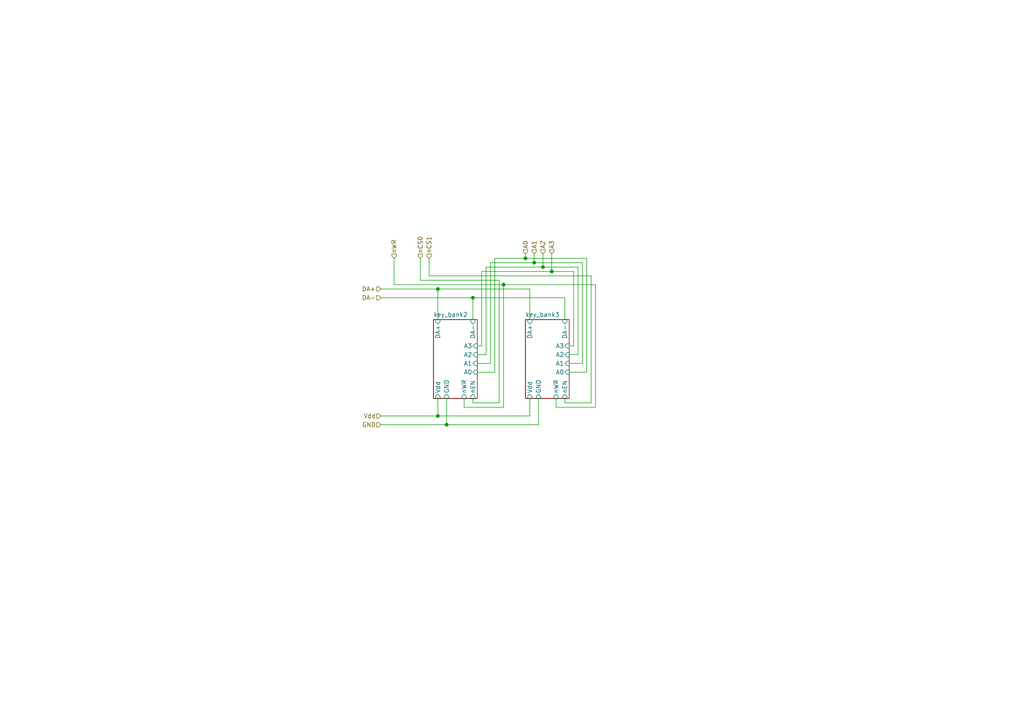
<source format=kicad_sch>
(kicad_sch
	(version 20250114)
	(generator "eeschema")
	(generator_version "9.0")
	(uuid "0d97975b-b89a-4f33-a111-4caa74c2de68")
	(paper "A4")
	(title_block
		(title "TMR based triple USB Keyboard")
		(date "2025-12-28")
		(rev "v1")
		(company "Ryzzen")
	)
	(lib_symbols)
	(junction
		(at 157.48 77.47)
		(diameter 0)
		(color 0 0 0 0)
		(uuid "08b4fb08-ff67-4f26-94da-5e2e5d1602f7")
	)
	(junction
		(at 127 83.82)
		(diameter 0)
		(color 0 0 0 0)
		(uuid "4fbe7457-ea77-45d3-815b-910bad4fac69")
	)
	(junction
		(at 137.16 86.36)
		(diameter 0)
		(color 0 0 0 0)
		(uuid "5517ead4-0dc1-470c-9d08-81d89666cf93")
	)
	(junction
		(at 129.54 123.19)
		(diameter 0)
		(color 0 0 0 0)
		(uuid "5e783b9f-3cd8-4061-baa8-a65695bbde28")
	)
	(junction
		(at 152.4 74.93)
		(diameter 0)
		(color 0 0 0 0)
		(uuid "6d2c34d4-2072-49a8-b2ba-4ac50ca30555")
	)
	(junction
		(at 146.05 82.55)
		(diameter 0)
		(color 0 0 0 0)
		(uuid "783c2137-d646-4f6a-b295-c23f4b363810")
	)
	(junction
		(at 160.02 78.74)
		(diameter 0)
		(color 0 0 0 0)
		(uuid "8f92778f-aacd-46af-bd3a-2f8bda631eee")
	)
	(junction
		(at 154.94 76.2)
		(diameter 0)
		(color 0 0 0 0)
		(uuid "9d90da8a-506f-42d9-9046-e8cc119d9502")
	)
	(junction
		(at 127 120.65)
		(diameter 0)
		(color 0 0 0 0)
		(uuid "f718aa23-584a-4da0-875b-23847d9982d9")
	)
	(wire
		(pts
			(xy 157.48 73.66) (xy 157.48 77.47)
		)
		(stroke
			(width 0)
			(type default)
		)
		(uuid "004793c1-d9e1-4985-b2ef-db0ecdd0f02c")
	)
	(wire
		(pts
			(xy 160.02 78.74) (xy 166.37 78.74)
		)
		(stroke
			(width 0)
			(type default)
		)
		(uuid "06f380f8-f547-4171-8e2f-3f59c104652b")
	)
	(wire
		(pts
			(xy 163.83 86.36) (xy 163.83 92.71)
		)
		(stroke
			(width 0)
			(type default)
		)
		(uuid "0ac4f1e8-6ee7-4548-b910-52f032887b40")
	)
	(wire
		(pts
			(xy 144.78 81.28) (xy 144.78 116.84)
		)
		(stroke
			(width 0)
			(type default)
		)
		(uuid "1271a590-a1b0-4aac-9e3d-88c56cc2b784")
	)
	(wire
		(pts
			(xy 165.1 102.87) (xy 167.64 102.87)
		)
		(stroke
			(width 0)
			(type default)
		)
		(uuid "13164f61-1462-4149-9b4f-ff01233a873e")
	)
	(wire
		(pts
			(xy 172.72 82.55) (xy 172.72 118.11)
		)
		(stroke
			(width 0)
			(type default)
		)
		(uuid "183cf541-49c2-4df1-aa48-aebd68890984")
	)
	(wire
		(pts
			(xy 160.02 73.66) (xy 160.02 78.74)
		)
		(stroke
			(width 0)
			(type default)
		)
		(uuid "2107035c-b5c5-4fbe-896c-74f3720aeeea")
	)
	(wire
		(pts
			(xy 152.4 74.93) (xy 170.18 74.93)
		)
		(stroke
			(width 0)
			(type default)
		)
		(uuid "2470b27f-c861-4bbb-9be6-5bc5162daab7")
	)
	(wire
		(pts
			(xy 114.3 82.55) (xy 146.05 82.55)
		)
		(stroke
			(width 0)
			(type default)
		)
		(uuid "2626485e-6cd6-4faa-8744-aed30646fd68")
	)
	(wire
		(pts
			(xy 154.94 76.2) (xy 168.91 76.2)
		)
		(stroke
			(width 0)
			(type default)
		)
		(uuid "28a68c76-f0a7-4380-be7f-0bd8a43f9e3a")
	)
	(wire
		(pts
			(xy 167.64 77.47) (xy 167.64 102.87)
		)
		(stroke
			(width 0)
			(type default)
		)
		(uuid "29071220-8826-4116-bd4e-689ac7d77420")
	)
	(wire
		(pts
			(xy 110.49 123.19) (xy 129.54 123.19)
		)
		(stroke
			(width 0)
			(type default)
		)
		(uuid "2a3787ee-40e2-4a69-952f-ea2b878b4ace")
	)
	(wire
		(pts
			(xy 134.62 118.11) (xy 146.05 118.11)
		)
		(stroke
			(width 0)
			(type default)
		)
		(uuid "32e94e80-a812-4127-94ef-acabcab63b07")
	)
	(wire
		(pts
			(xy 114.3 74.93) (xy 114.3 82.55)
		)
		(stroke
			(width 0)
			(type default)
		)
		(uuid "34093e0b-be22-4458-a830-34747461c049")
	)
	(wire
		(pts
			(xy 138.43 102.87) (xy 140.97 102.87)
		)
		(stroke
			(width 0)
			(type default)
		)
		(uuid "37e7a901-768d-43fd-8c81-379d15f1ea67")
	)
	(wire
		(pts
			(xy 142.24 76.2) (xy 154.94 76.2)
		)
		(stroke
			(width 0)
			(type default)
		)
		(uuid "3a9a6de2-56ab-4cc6-9ab2-d5c88c42dc78")
	)
	(wire
		(pts
			(xy 137.16 86.36) (xy 163.83 86.36)
		)
		(stroke
			(width 0)
			(type default)
		)
		(uuid "45bc7a24-0915-4881-b792-c1a5af3f58a5")
	)
	(wire
		(pts
			(xy 140.97 102.87) (xy 140.97 77.47)
		)
		(stroke
			(width 0)
			(type default)
		)
		(uuid "4b7ad243-7b7d-4046-9fff-9d76fa85581a")
	)
	(wire
		(pts
			(xy 110.49 86.36) (xy 137.16 86.36)
		)
		(stroke
			(width 0)
			(type default)
		)
		(uuid "4cf85f8d-f0c8-4035-9a58-88616cfbaa87")
	)
	(wire
		(pts
			(xy 121.92 74.93) (xy 121.92 81.28)
		)
		(stroke
			(width 0)
			(type default)
		)
		(uuid "4f805330-d4c8-4c2f-99c3-f2671b720954")
	)
	(wire
		(pts
			(xy 172.72 118.11) (xy 161.29 118.11)
		)
		(stroke
			(width 0)
			(type default)
		)
		(uuid "4fcbc3b5-362d-4f2d-92cf-87338334a7a2")
	)
	(wire
		(pts
			(xy 146.05 118.11) (xy 146.05 82.55)
		)
		(stroke
			(width 0)
			(type default)
		)
		(uuid "535e328c-5986-440d-95ee-22b989e1b69e")
	)
	(wire
		(pts
			(xy 165.1 105.41) (xy 168.91 105.41)
		)
		(stroke
			(width 0)
			(type default)
		)
		(uuid "55a250fb-126b-49ea-bfe2-ff1c1cbb706c")
	)
	(wire
		(pts
			(xy 137.16 116.84) (xy 144.78 116.84)
		)
		(stroke
			(width 0)
			(type default)
		)
		(uuid "595bdfb4-ed8c-459a-b3cb-5b47a3ff67c3")
	)
	(wire
		(pts
			(xy 146.05 82.55) (xy 172.72 82.55)
		)
		(stroke
			(width 0)
			(type default)
		)
		(uuid "62e0ac85-914a-4397-9b96-a11d667709f0")
	)
	(wire
		(pts
			(xy 127 83.82) (xy 153.67 83.82)
		)
		(stroke
			(width 0)
			(type default)
		)
		(uuid "65fd37bd-29c1-41ca-b2b8-b7ecfc528e89")
	)
	(wire
		(pts
			(xy 127 115.57) (xy 127 120.65)
		)
		(stroke
			(width 0)
			(type default)
		)
		(uuid "69876c29-8e4b-4c8d-9c45-cc19b0fdb980")
	)
	(wire
		(pts
			(xy 165.1 100.33) (xy 166.37 100.33)
		)
		(stroke
			(width 0)
			(type default)
		)
		(uuid "6a47b6ee-b73f-4d2e-a021-0bf4b49bfd73")
	)
	(wire
		(pts
			(xy 163.83 116.84) (xy 163.83 115.57)
		)
		(stroke
			(width 0)
			(type default)
		)
		(uuid "6f4eb449-c4d8-4302-83fb-c420238bac2d")
	)
	(wire
		(pts
			(xy 138.43 105.41) (xy 142.24 105.41)
		)
		(stroke
			(width 0)
			(type default)
		)
		(uuid "796ea545-427a-4706-adf0-720984281862")
	)
	(wire
		(pts
			(xy 153.67 115.57) (xy 153.67 120.65)
		)
		(stroke
			(width 0)
			(type default)
		)
		(uuid "7c915f0e-48a2-4e09-bc8e-6c66a5ff3d37")
	)
	(wire
		(pts
			(xy 143.51 74.93) (xy 152.4 74.93)
		)
		(stroke
			(width 0)
			(type default)
		)
		(uuid "7dc57026-9407-4136-b1e4-c1b06997200d")
	)
	(wire
		(pts
			(xy 110.49 120.65) (xy 127 120.65)
		)
		(stroke
			(width 0)
			(type default)
		)
		(uuid "7e88fa2b-e360-4e12-8f23-76e299403737")
	)
	(wire
		(pts
			(xy 121.92 81.28) (xy 144.78 81.28)
		)
		(stroke
			(width 0)
			(type default)
		)
		(uuid "7f7b6c82-388a-4b4d-b5c4-58d17eeeb55b")
	)
	(wire
		(pts
			(xy 156.21 115.57) (xy 156.21 123.19)
		)
		(stroke
			(width 0)
			(type default)
		)
		(uuid "87ee817c-77fb-49c2-a8c9-f34d95c170bc")
	)
	(wire
		(pts
			(xy 137.16 116.84) (xy 137.16 115.57)
		)
		(stroke
			(width 0)
			(type default)
		)
		(uuid "8ca6e884-0321-4345-95cc-36292f629f34")
	)
	(wire
		(pts
			(xy 139.7 78.74) (xy 160.02 78.74)
		)
		(stroke
			(width 0)
			(type default)
		)
		(uuid "9451a66a-fab4-4641-8c1b-4a0553ce4053")
	)
	(wire
		(pts
			(xy 127 83.82) (xy 127 92.71)
		)
		(stroke
			(width 0)
			(type default)
		)
		(uuid "979851fe-8723-475d-920a-c40e632059d4")
	)
	(wire
		(pts
			(xy 140.97 77.47) (xy 157.48 77.47)
		)
		(stroke
			(width 0)
			(type default)
		)
		(uuid "99a70dfa-cc92-4835-8f69-d14ab9742447")
	)
	(wire
		(pts
			(xy 170.18 107.95) (xy 170.18 74.93)
		)
		(stroke
			(width 0)
			(type default)
		)
		(uuid "9c5e8c65-7ea6-41f4-96d4-e0caa9f97bb4")
	)
	(wire
		(pts
			(xy 171.45 80.01) (xy 171.45 116.84)
		)
		(stroke
			(width 0)
			(type default)
		)
		(uuid "9e231f9a-ff00-496f-83f6-6c389e58e660")
	)
	(wire
		(pts
			(xy 165.1 107.95) (xy 170.18 107.95)
		)
		(stroke
			(width 0)
			(type default)
		)
		(uuid "a20ee658-2d74-40e5-8939-5d1a2df99ffe")
	)
	(wire
		(pts
			(xy 129.54 115.57) (xy 129.54 123.19)
		)
		(stroke
			(width 0)
			(type default)
		)
		(uuid "a952be0b-018f-41ac-979e-31bc2bbdd302")
	)
	(wire
		(pts
			(xy 163.83 116.84) (xy 171.45 116.84)
		)
		(stroke
			(width 0)
			(type default)
		)
		(uuid "aa0b504d-78e8-4840-9294-532ea7b27349")
	)
	(wire
		(pts
			(xy 138.43 100.33) (xy 139.7 100.33)
		)
		(stroke
			(width 0)
			(type default)
		)
		(uuid "aae582a5-ce50-47fd-8e37-dfd95a5b1eec")
	)
	(wire
		(pts
			(xy 166.37 78.74) (xy 166.37 100.33)
		)
		(stroke
			(width 0)
			(type default)
		)
		(uuid "ab69e93b-f4f6-464d-b237-4c5ab4c3bf10")
	)
	(wire
		(pts
			(xy 137.16 86.36) (xy 137.16 92.71)
		)
		(stroke
			(width 0)
			(type default)
		)
		(uuid "adf1547c-7f6a-4eac-a003-1c1f972b54ff")
	)
	(wire
		(pts
			(xy 138.43 107.95) (xy 143.51 107.95)
		)
		(stroke
			(width 0)
			(type default)
		)
		(uuid "afe0ec96-822d-4c99-aaf3-c42524e6e0d6")
	)
	(wire
		(pts
			(xy 142.24 105.41) (xy 142.24 76.2)
		)
		(stroke
			(width 0)
			(type default)
		)
		(uuid "b41f5315-3a36-40f0-b38a-cd224cbcc944")
	)
	(wire
		(pts
			(xy 143.51 74.93) (xy 143.51 107.95)
		)
		(stroke
			(width 0)
			(type default)
		)
		(uuid "b79266a2-99ba-4e03-b07e-b5a292d40ac8")
	)
	(wire
		(pts
			(xy 139.7 100.33) (xy 139.7 78.74)
		)
		(stroke
			(width 0)
			(type default)
		)
		(uuid "bf8dde00-d81b-4a7b-b365-3cfa13eb4b6a")
	)
	(wire
		(pts
			(xy 161.29 115.57) (xy 161.29 118.11)
		)
		(stroke
			(width 0)
			(type default)
		)
		(uuid "c31910c4-bc17-487b-9458-c08c9f6a71d3")
	)
	(wire
		(pts
			(xy 168.91 76.2) (xy 168.91 105.41)
		)
		(stroke
			(width 0)
			(type default)
		)
		(uuid "c52e94e8-e6fc-4dd9-9e4a-0383fd704670")
	)
	(wire
		(pts
			(xy 134.62 115.57) (xy 134.62 118.11)
		)
		(stroke
			(width 0)
			(type default)
		)
		(uuid "ce850468-4b27-4b37-b1a1-04e3d8e96193")
	)
	(wire
		(pts
			(xy 110.49 83.82) (xy 127 83.82)
		)
		(stroke
			(width 0)
			(type default)
		)
		(uuid "cfce430c-5795-4ad4-9e25-2e7c66dabbcd")
	)
	(wire
		(pts
			(xy 153.67 83.82) (xy 153.67 92.71)
		)
		(stroke
			(width 0)
			(type default)
		)
		(uuid "cfedf466-ae21-4c2d-b284-8fa2d36871d0")
	)
	(wire
		(pts
			(xy 127 120.65) (xy 153.67 120.65)
		)
		(stroke
			(width 0)
			(type default)
		)
		(uuid "df7b4daa-33e7-4d93-9859-1fcd819d712c")
	)
	(wire
		(pts
			(xy 157.48 77.47) (xy 167.64 77.47)
		)
		(stroke
			(width 0)
			(type default)
		)
		(uuid "e067fb00-dd24-41e5-b5b5-518a1ba10d87")
	)
	(wire
		(pts
			(xy 154.94 73.66) (xy 154.94 76.2)
		)
		(stroke
			(width 0)
			(type default)
		)
		(uuid "e1f7c1da-9bb8-404e-8fe1-9a577d90a75c")
	)
	(wire
		(pts
			(xy 129.54 123.19) (xy 156.21 123.19)
		)
		(stroke
			(width 0)
			(type default)
		)
		(uuid "e6a0aee8-b38e-4c03-b533-bf2df3aa3c65")
	)
	(wire
		(pts
			(xy 152.4 73.66) (xy 152.4 74.93)
		)
		(stroke
			(width 0)
			(type default)
		)
		(uuid "e794222b-48c6-4586-95a5-1eb385898068")
	)
	(wire
		(pts
			(xy 124.46 74.93) (xy 124.46 80.01)
		)
		(stroke
			(width 0)
			(type default)
		)
		(uuid "f6317fef-2c63-4ba0-a4aa-404a71826dd2")
	)
	(wire
		(pts
			(xy 124.46 80.01) (xy 171.45 80.01)
		)
		(stroke
			(width 0)
			(type default)
		)
		(uuid "f96e6bf2-1a26-4a9e-b1c3-657521373313")
	)
	(hierarchical_label "DA+"
		(shape input)
		(at 110.49 83.82 180)
		(effects
			(font
				(size 1.27 1.27)
			)
			(justify right)
		)
		(uuid "3b8a80ff-e2cf-445c-831a-e6dbf695b97d")
	)
	(hierarchical_label "nCS1"
		(shape input)
		(at 124.46 74.93 90)
		(effects
			(font
				(size 1.27 1.27)
			)
			(justify left)
		)
		(uuid "5be6623e-8708-4f99-8459-0e3d6d32c7c4")
	)
	(hierarchical_label "A2"
		(shape input)
		(at 157.48 73.66 90)
		(effects
			(font
				(size 1.27 1.27)
			)
			(justify left)
		)
		(uuid "656a29cc-7ae8-4929-b4ae-67f9fd6a336d")
	)
	(hierarchical_label "nCS0"
		(shape input)
		(at 121.92 74.93 90)
		(effects
			(font
				(size 1.27 1.27)
			)
			(justify left)
		)
		(uuid "8cd2fb2e-008d-4cda-8645-dffdca222c8f")
	)
	(hierarchical_label "A3"
		(shape input)
		(at 160.02 73.66 90)
		(effects
			(font
				(size 1.27 1.27)
			)
			(justify left)
		)
		(uuid "9ba04ebf-4fb3-4912-9147-2db60733cf11")
	)
	(hierarchical_label "A0"
		(shape input)
		(at 152.4 73.66 90)
		(effects
			(font
				(size 1.27 1.27)
			)
			(justify left)
		)
		(uuid "a42977fe-045f-4ca2-be13-7816db54fb37")
	)
	(hierarchical_label "A1"
		(shape input)
		(at 154.94 73.66 90)
		(effects
			(font
				(size 1.27 1.27)
			)
			(justify left)
		)
		(uuid "c8c6194e-9edc-4c52-9d55-56eb15901ccb")
	)
	(hierarchical_label "nWR"
		(shape input)
		(at 114.3 74.93 90)
		(effects
			(font
				(size 1.27 1.27)
			)
			(justify left)
		)
		(uuid "d77c45c3-9462-4f9a-9bd2-8d13cf15fa2a")
	)
	(hierarchical_label "Vdd"
		(shape input)
		(at 110.49 120.65 180)
		(effects
			(font
				(size 1.27 1.27)
			)
			(justify right)
		)
		(uuid "e5cf9c44-687e-4cb3-9f7f-28e509cc8721")
	)
	(hierarchical_label "GND"
		(shape input)
		(at 110.49 123.19 180)
		(effects
			(font
				(size 1.27 1.27)
			)
			(justify right)
		)
		(uuid "ede45fc5-7aba-45f7-ba57-f7245b1a5ec3")
	)
	(hierarchical_label "DA-"
		(shape input)
		(at 110.49 86.36 180)
		(effects
			(font
				(size 1.27 1.27)
			)
			(justify right)
		)
		(uuid "f69b727e-556a-410d-bac6-a368f681f0e7")
	)
	(sheet
		(at 125.73 92.71)
		(size 12.7 22.86)
		(exclude_from_sim no)
		(in_bom yes)
		(on_board yes)
		(dnp no)
		(fields_autoplaced yes)
		(stroke
			(width 0.1524)
			(type solid)
		)
		(fill
			(color 0 0 0 0.0000)
		)
		(uuid "735f3a62-f16a-407d-b596-d90350aa3066")
		(property "Sheetname" "key_bank2"
			(at 125.73 91.9984 0)
			(effects
				(font
					(size 1.27 1.27)
				)
				(justify left bottom)
			)
		)
		(property "Sheetfile" "key_bank.kicad_sch"
			(at 125.73 116.1546 0)
			(effects
				(font
					(size 1.27 1.27)
				)
				(justify left top)
				(hide yes)
			)
		)
		(pin "Vdd" input
			(at 127 115.57 270)
			(uuid "16b4ec04-89b2-4602-ab08-ee0c0097da43")
			(effects
				(font
					(size 1.27 1.27)
				)
				(justify left)
			)
		)
		(pin "GND" input
			(at 129.54 115.57 270)
			(uuid "a5c0e803-9fca-4994-be79-c3b435b68780")
			(effects
				(font
					(size 1.27 1.27)
				)
				(justify left)
			)
		)
		(pin "A0" input
			(at 138.43 107.95 0)
			(uuid "2bac8944-994b-4e4d-91b8-f74ed24b1a7e")
			(effects
				(font
					(size 1.27 1.27)
				)
				(justify right)
			)
		)
		(pin "A1" input
			(at 138.43 105.41 0)
			(uuid "345230e4-5a96-4100-b230-5b6a9edfdf12")
			(effects
				(font
					(size 1.27 1.27)
				)
				(justify right)
			)
		)
		(pin "A2" input
			(at 138.43 102.87 0)
			(uuid "58aa4369-c989-4e12-ab76-a4a6a18e584a")
			(effects
				(font
					(size 1.27 1.27)
				)
				(justify right)
			)
		)
		(pin "A3" input
			(at 138.43 100.33 0)
			(uuid "6c429d3f-f2f5-4c88-80ac-8dd0239bca08")
			(effects
				(font
					(size 1.27 1.27)
				)
				(justify right)
			)
		)
		(pin "DA+" input
			(at 127 92.71 90)
			(uuid "6a59f779-3dd8-4b0b-9eca-5057e30f7831")
			(effects
				(font
					(size 1.27 1.27)
				)
				(justify right)
			)
		)
		(pin "DA-" input
			(at 137.16 92.71 90)
			(uuid "0fbd094f-f41b-4b72-adca-017ce2f067c6")
			(effects
				(font
					(size 1.27 1.27)
				)
				(justify right)
			)
		)
		(pin "nEN" input
			(at 137.16 115.57 270)
			(uuid "dc1df2e8-e88c-459f-8229-269b901723f5")
			(effects
				(font
					(size 1.27 1.27)
				)
				(justify left)
			)
		)
		(pin "nWR" input
			(at 134.62 115.57 270)
			(uuid "31a67de3-73bc-4884-ab3a-8dd68aee7b89")
			(effects
				(font
					(size 1.27 1.27)
				)
				(justify left)
			)
		)
		(instances
			(project "RyzzenKeyboard"
				(path "/5d44d704-6136-40a8-98a4-93f001ea8743/c5dd3d76-8c7d-4253-bbc0-6b560edbfa92"
					(page "4")
				)
			)
		)
	)
	(sheet
		(at 152.4 92.71)
		(size 12.7 22.86)
		(exclude_from_sim no)
		(in_bom yes)
		(on_board yes)
		(dnp no)
		(fields_autoplaced yes)
		(stroke
			(width 0.1524)
			(type solid)
		)
		(fill
			(color 0 0 0 0.0000)
		)
		(uuid "7ffe2115-dd72-444b-89b3-b9005c9fe688")
		(property "Sheetname" "key_bank3"
			(at 152.4 91.9984 0)
			(effects
				(font
					(size 1.27 1.27)
				)
				(justify left bottom)
			)
		)
		(property "Sheetfile" "key_bank.kicad_sch"
			(at 152.4 116.1546 0)
			(effects
				(font
					(size 1.27 1.27)
				)
				(justify left top)
				(hide yes)
			)
		)
		(pin "Vdd" input
			(at 153.67 115.57 270)
			(uuid "aee6c141-af0f-4d6a-b5dd-863f1f6321e4")
			(effects
				(font
					(size 1.27 1.27)
				)
				(justify left)
			)
		)
		(pin "GND" input
			(at 156.21 115.57 270)
			(uuid "7630a9fa-69ec-4457-b99f-ab8234af89ba")
			(effects
				(font
					(size 1.27 1.27)
				)
				(justify left)
			)
		)
		(pin "A0" input
			(at 165.1 107.95 0)
			(uuid "a70baa92-e39b-4a3f-9455-c87655396815")
			(effects
				(font
					(size 1.27 1.27)
				)
				(justify right)
			)
		)
		(pin "A1" input
			(at 165.1 105.41 0)
			(uuid "2774c868-839a-4b79-b5fb-b71c81151736")
			(effects
				(font
					(size 1.27 1.27)
				)
				(justify right)
			)
		)
		(pin "A2" input
			(at 165.1 102.87 0)
			(uuid "c5c7958c-8f1f-4cb9-8368-0d9416cfbaaa")
			(effects
				(font
					(size 1.27 1.27)
				)
				(justify right)
			)
		)
		(pin "A3" input
			(at 165.1 100.33 0)
			(uuid "80c8543b-6f8d-4b75-ab23-ba6ef20e6f79")
			(effects
				(font
					(size 1.27 1.27)
				)
				(justify right)
			)
		)
		(pin "DA+" input
			(at 153.67 92.71 90)
			(uuid "4d71f3e8-0c5e-4554-b1df-d2a6dc5ccd25")
			(effects
				(font
					(size 1.27 1.27)
				)
				(justify right)
			)
		)
		(pin "DA-" input
			(at 163.83 92.71 90)
			(uuid "e1e0d1a1-a168-4b40-91ec-3c045812c82c")
			(effects
				(font
					(size 1.27 1.27)
				)
				(justify right)
			)
		)
		(pin "nEN" input
			(at 163.83 115.57 270)
			(uuid "a13bafaa-a794-4104-acee-aa057b9efa38")
			(effects
				(font
					(size 1.27 1.27)
				)
				(justify left)
			)
		)
		(pin "nWR" input
			(at 161.29 115.57 270)
			(uuid "ad310d61-b238-41cf-a440-691102b891b5")
			(effects
				(font
					(size 1.27 1.27)
				)
				(justify left)
			)
		)
		(instances
			(project "RyzzenKeyboard"
				(path "/5d44d704-6136-40a8-98a4-93f001ea8743/c5dd3d76-8c7d-4253-bbc0-6b560edbfa92"
					(page "44")
				)
			)
		)
	)
)

</source>
